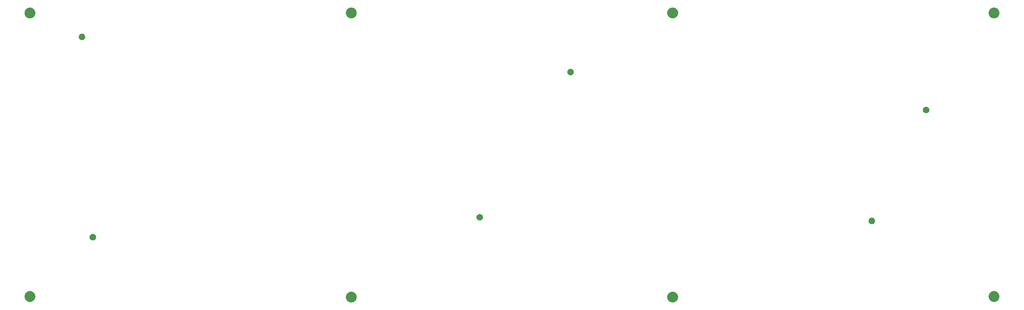
<source format=gbr>
%TF.GenerationSoftware,KiCad,Pcbnew,(5.1.6-0-10_14)*%
%TF.CreationDate,2021-09-05T19:18:27-05:00*%
%TF.ProjectId,EVO70_FR4_plate_acrylic,45564f37-305f-4465-9234-5f706c617465,rev?*%
%TF.SameCoordinates,Original*%
%TF.FileFunction,Soldermask,Bot*%
%TF.FilePolarity,Negative*%
%FSLAX46Y46*%
G04 Gerber Fmt 4.6, Leading zero omitted, Abs format (unit mm)*
G04 Created by KiCad (PCBNEW (5.1.6-0-10_14)) date 2021-09-05 19:18:27*
%MOMM*%
%LPD*%
G01*
G04 APERTURE LIST*
%ADD10C,0.100000*%
G04 APERTURE END LIST*
D10*
G36*
X281201709Y-206226859D02*
G01*
X281565686Y-206377623D01*
X281893253Y-206596496D01*
X282171834Y-206875077D01*
X282390707Y-207202644D01*
X282541471Y-207566621D01*
X282618330Y-207953017D01*
X282618330Y-208346983D01*
X282541471Y-208733379D01*
X282390707Y-209097356D01*
X282171834Y-209424923D01*
X281893253Y-209703504D01*
X281565686Y-209922377D01*
X281201709Y-210073141D01*
X280815313Y-210150000D01*
X280421347Y-210150000D01*
X280034951Y-210073141D01*
X279670974Y-209922377D01*
X279343407Y-209703504D01*
X279064826Y-209424923D01*
X278845953Y-209097356D01*
X278695189Y-208733379D01*
X278618330Y-208346983D01*
X278618330Y-207953017D01*
X278695189Y-207566621D01*
X278845953Y-207202644D01*
X279064826Y-206875077D01*
X279343407Y-206596496D01*
X279670974Y-206377623D01*
X280034951Y-206226859D01*
X280421347Y-206150000D01*
X280815313Y-206150000D01*
X281201709Y-206226859D01*
G37*
G36*
X162805079Y-206226859D02*
G01*
X163169056Y-206377623D01*
X163496623Y-206596496D01*
X163775204Y-206875077D01*
X163994077Y-207202644D01*
X164144841Y-207566621D01*
X164221700Y-207953017D01*
X164221700Y-208346983D01*
X164144841Y-208733379D01*
X163994077Y-209097356D01*
X163775204Y-209424923D01*
X163496623Y-209703504D01*
X163169056Y-209922377D01*
X162805079Y-210073141D01*
X162418683Y-210150000D01*
X162024717Y-210150000D01*
X161638321Y-210073141D01*
X161274344Y-209922377D01*
X160946777Y-209703504D01*
X160668196Y-209424923D01*
X160449323Y-209097356D01*
X160298559Y-208733379D01*
X160221700Y-208346983D01*
X160221700Y-207953017D01*
X160298559Y-207566621D01*
X160449323Y-207202644D01*
X160668196Y-206875077D01*
X160946777Y-206596496D01*
X161274344Y-206377623D01*
X161638321Y-206226859D01*
X162024717Y-206150000D01*
X162418683Y-206150000D01*
X162805079Y-206226859D01*
G37*
G36*
X399598379Y-206016859D02*
G01*
X399962356Y-206167623D01*
X400289923Y-206386496D01*
X400568504Y-206665077D01*
X400787377Y-206992644D01*
X400938141Y-207356621D01*
X401015000Y-207743017D01*
X401015000Y-208136983D01*
X400938141Y-208523379D01*
X400787377Y-208887356D01*
X400568504Y-209214923D01*
X400289923Y-209493504D01*
X399962356Y-209712377D01*
X399598379Y-209863141D01*
X399211983Y-209940000D01*
X398818017Y-209940000D01*
X398431621Y-209863141D01*
X398067644Y-209712377D01*
X397740077Y-209493504D01*
X397461496Y-209214923D01*
X397242623Y-208887356D01*
X397091859Y-208523379D01*
X397015000Y-208136983D01*
X397015000Y-207743017D01*
X397091859Y-207356621D01*
X397242623Y-206992644D01*
X397461496Y-206665077D01*
X397740077Y-206386496D01*
X398067644Y-206167623D01*
X398431621Y-206016859D01*
X398818017Y-205940000D01*
X399211983Y-205940000D01*
X399598379Y-206016859D01*
G37*
G36*
X44408379Y-206016859D02*
G01*
X44772356Y-206167623D01*
X45099923Y-206386496D01*
X45378504Y-206665077D01*
X45597377Y-206992644D01*
X45748141Y-207356621D01*
X45825000Y-207743017D01*
X45825000Y-208136983D01*
X45748141Y-208523379D01*
X45597377Y-208887356D01*
X45378504Y-209214923D01*
X45099923Y-209493504D01*
X44772356Y-209712377D01*
X44408379Y-209863141D01*
X44021983Y-209940000D01*
X43628017Y-209940000D01*
X43241621Y-209863141D01*
X42877644Y-209712377D01*
X42550077Y-209493504D01*
X42271496Y-209214923D01*
X42052623Y-208887356D01*
X41901859Y-208523379D01*
X41825000Y-208136983D01*
X41825000Y-207743017D01*
X41901859Y-207356621D01*
X42052623Y-206992644D01*
X42271496Y-206665077D01*
X42550077Y-206386496D01*
X42877644Y-206167623D01*
X43241621Y-206016859D01*
X43628017Y-205940000D01*
X44021983Y-205940000D01*
X44408379Y-206016859D01*
G37*
G36*
X67350026Y-184846115D02*
G01*
X67568413Y-184936574D01*
X67764955Y-185067899D01*
X67932101Y-185235045D01*
X68063426Y-185431587D01*
X68153885Y-185649974D01*
X68200000Y-185881810D01*
X68200000Y-186118190D01*
X68153885Y-186350026D01*
X68063426Y-186568413D01*
X67932101Y-186764955D01*
X67764955Y-186932101D01*
X67568413Y-187063426D01*
X67350026Y-187153885D01*
X67118190Y-187200000D01*
X66881810Y-187200000D01*
X66649974Y-187153885D01*
X66431587Y-187063426D01*
X66235045Y-186932101D01*
X66067899Y-186764955D01*
X65936574Y-186568413D01*
X65846115Y-186350026D01*
X65800000Y-186118190D01*
X65800000Y-185881810D01*
X65846115Y-185649974D01*
X65936574Y-185431587D01*
X66067899Y-185235045D01*
X66235045Y-185067899D01*
X66431587Y-184936574D01*
X66649974Y-184846115D01*
X66881810Y-184800000D01*
X67118190Y-184800000D01*
X67350026Y-184846115D01*
G37*
G36*
X354350026Y-178846115D02*
G01*
X354568413Y-178936574D01*
X354764955Y-179067899D01*
X354932101Y-179235045D01*
X355052312Y-179414954D01*
X355063426Y-179431587D01*
X355153885Y-179649974D01*
X355200000Y-179881810D01*
X355200000Y-180118190D01*
X355153885Y-180350026D01*
X355063426Y-180568413D01*
X354932101Y-180764955D01*
X354764955Y-180932101D01*
X354568413Y-181063426D01*
X354350026Y-181153885D01*
X354118190Y-181200000D01*
X353881810Y-181200000D01*
X353649974Y-181153885D01*
X353431587Y-181063426D01*
X353235045Y-180932101D01*
X353067899Y-180764955D01*
X352936574Y-180568413D01*
X352846115Y-180350026D01*
X352800000Y-180118190D01*
X352800000Y-179881810D01*
X352846115Y-179649974D01*
X352936574Y-179431587D01*
X352947688Y-179414954D01*
X353067899Y-179235045D01*
X353235045Y-179067899D01*
X353431587Y-178936574D01*
X353649974Y-178846115D01*
X353881810Y-178800000D01*
X354118190Y-178800000D01*
X354350026Y-178846115D01*
G37*
G36*
X209887526Y-177496115D02*
G01*
X210105913Y-177586574D01*
X210302455Y-177717899D01*
X210469601Y-177885045D01*
X210600926Y-178081587D01*
X210691385Y-178299974D01*
X210737500Y-178531810D01*
X210737500Y-178768190D01*
X210691385Y-179000026D01*
X210663271Y-179067899D01*
X210600926Y-179218413D01*
X210469601Y-179414955D01*
X210302455Y-179582101D01*
X210105913Y-179713426D01*
X209887526Y-179803885D01*
X209655690Y-179850000D01*
X209419310Y-179850000D01*
X209187474Y-179803885D01*
X208969087Y-179713426D01*
X208772545Y-179582101D01*
X208605399Y-179414955D01*
X208474074Y-179218413D01*
X208411729Y-179067899D01*
X208383615Y-179000026D01*
X208337500Y-178768190D01*
X208337500Y-178531810D01*
X208383615Y-178299974D01*
X208474074Y-178081587D01*
X208605399Y-177885045D01*
X208772545Y-177717899D01*
X208969087Y-177586574D01*
X209187474Y-177496115D01*
X209419310Y-177450000D01*
X209655690Y-177450000D01*
X209887526Y-177496115D01*
G37*
G36*
X374350026Y-137846115D02*
G01*
X374568413Y-137936574D01*
X374764955Y-138067899D01*
X374932101Y-138235045D01*
X375063426Y-138431587D01*
X375153885Y-138649974D01*
X375200000Y-138881810D01*
X375200000Y-139118190D01*
X375153885Y-139350026D01*
X375063426Y-139568413D01*
X374932101Y-139764955D01*
X374764955Y-139932101D01*
X374568413Y-140063426D01*
X374350026Y-140153885D01*
X374118190Y-140200000D01*
X373881810Y-140200000D01*
X373649974Y-140153885D01*
X373431587Y-140063426D01*
X373235045Y-139932101D01*
X373067899Y-139764955D01*
X372936574Y-139568413D01*
X372846115Y-139350026D01*
X372800000Y-139118190D01*
X372800000Y-138881810D01*
X372846115Y-138649974D01*
X372936574Y-138431587D01*
X373067899Y-138235045D01*
X373235045Y-138067899D01*
X373431587Y-137936574D01*
X373649974Y-137846115D01*
X373881810Y-137800000D01*
X374118190Y-137800000D01*
X374350026Y-137846115D01*
G37*
G36*
X243350026Y-123846115D02*
G01*
X243568413Y-123936574D01*
X243764955Y-124067899D01*
X243932101Y-124235045D01*
X244063426Y-124431587D01*
X244153885Y-124649974D01*
X244200000Y-124881810D01*
X244200000Y-125118190D01*
X244153885Y-125350026D01*
X244063426Y-125568413D01*
X243932101Y-125764955D01*
X243764955Y-125932101D01*
X243568413Y-126063426D01*
X243350026Y-126153885D01*
X243118190Y-126200000D01*
X242881810Y-126200000D01*
X242649974Y-126153885D01*
X242431587Y-126063426D01*
X242235045Y-125932101D01*
X242067899Y-125764955D01*
X241936574Y-125568413D01*
X241846115Y-125350026D01*
X241800000Y-125118190D01*
X241800000Y-124881810D01*
X241846115Y-124649974D01*
X241936574Y-124431587D01*
X242067899Y-124235045D01*
X242235045Y-124067899D01*
X242431587Y-123936574D01*
X242649974Y-123846115D01*
X242881810Y-123800000D01*
X243118190Y-123800000D01*
X243350026Y-123846115D01*
G37*
G36*
X63350026Y-110846115D02*
G01*
X63568413Y-110936574D01*
X63764955Y-111067899D01*
X63932101Y-111235045D01*
X64063426Y-111431587D01*
X64153885Y-111649974D01*
X64200000Y-111881810D01*
X64200000Y-112118190D01*
X64153885Y-112350026D01*
X64063426Y-112568413D01*
X63932101Y-112764955D01*
X63764955Y-112932101D01*
X63568413Y-113063426D01*
X63350026Y-113153885D01*
X63118190Y-113200000D01*
X62881810Y-113200000D01*
X62649974Y-113153885D01*
X62431587Y-113063426D01*
X62235045Y-112932101D01*
X62067899Y-112764955D01*
X61936574Y-112568413D01*
X61846115Y-112350026D01*
X61800000Y-112118190D01*
X61800000Y-111881810D01*
X61846115Y-111649974D01*
X61936574Y-111431587D01*
X62067899Y-111235045D01*
X62235045Y-111067899D01*
X62431587Y-110936574D01*
X62649974Y-110846115D01*
X62881810Y-110800000D01*
X63118190Y-110800000D01*
X63350026Y-110846115D01*
G37*
G36*
X399598379Y-101256859D02*
G01*
X399962356Y-101407623D01*
X400289923Y-101626496D01*
X400568504Y-101905077D01*
X400787377Y-102232644D01*
X400938141Y-102596621D01*
X401015000Y-102983017D01*
X401015000Y-103376983D01*
X400938141Y-103763379D01*
X400787377Y-104127356D01*
X400568504Y-104454923D01*
X400289923Y-104733504D01*
X399962356Y-104952377D01*
X399598379Y-105103141D01*
X399211983Y-105180000D01*
X398818017Y-105180000D01*
X398431621Y-105103141D01*
X398067644Y-104952377D01*
X397740077Y-104733504D01*
X397461496Y-104454923D01*
X397242623Y-104127356D01*
X397091859Y-103763379D01*
X397015000Y-103376983D01*
X397015000Y-102983017D01*
X397091859Y-102596621D01*
X397242623Y-102232644D01*
X397461496Y-101905077D01*
X397740077Y-101626496D01*
X398067644Y-101407623D01*
X398431621Y-101256859D01*
X398818017Y-101180000D01*
X399211983Y-101180000D01*
X399598379Y-101256859D01*
G37*
G36*
X44408379Y-101256859D02*
G01*
X44772356Y-101407623D01*
X45099923Y-101626496D01*
X45378504Y-101905077D01*
X45597377Y-102232644D01*
X45748141Y-102596621D01*
X45825000Y-102983017D01*
X45825000Y-103376983D01*
X45748141Y-103763379D01*
X45597377Y-104127356D01*
X45378504Y-104454923D01*
X45099923Y-104733504D01*
X44772356Y-104952377D01*
X44408379Y-105103141D01*
X44021983Y-105180000D01*
X43628017Y-105180000D01*
X43241621Y-105103141D01*
X42877644Y-104952377D01*
X42550077Y-104733504D01*
X42271496Y-104454923D01*
X42052623Y-104127356D01*
X41901859Y-103763379D01*
X41825000Y-103376983D01*
X41825000Y-102983017D01*
X41901859Y-102596621D01*
X42052623Y-102232644D01*
X42271496Y-101905077D01*
X42550077Y-101626496D01*
X42877644Y-101407623D01*
X43241621Y-101256859D01*
X43628017Y-101180000D01*
X44021983Y-101180000D01*
X44408379Y-101256859D01*
G37*
G36*
X281201712Y-101226859D02*
G01*
X281565689Y-101377623D01*
X281893256Y-101596496D01*
X282171837Y-101875077D01*
X282390710Y-102202644D01*
X282541474Y-102566621D01*
X282618333Y-102953017D01*
X282618333Y-103346983D01*
X282541474Y-103733379D01*
X282390710Y-104097356D01*
X282171837Y-104424923D01*
X281893256Y-104703504D01*
X281565689Y-104922377D01*
X281201712Y-105073141D01*
X280815316Y-105150000D01*
X280421350Y-105150000D01*
X280034954Y-105073141D01*
X279670977Y-104922377D01*
X279343410Y-104703504D01*
X279064829Y-104424923D01*
X278845956Y-104097356D01*
X278695192Y-103733379D01*
X278618333Y-103346983D01*
X278618333Y-102953017D01*
X278695192Y-102566621D01*
X278845956Y-102202644D01*
X279064829Y-101875077D01*
X279343410Y-101596496D01*
X279670977Y-101377623D01*
X280034954Y-101226859D01*
X280421350Y-101150000D01*
X280815316Y-101150000D01*
X281201712Y-101226859D01*
G37*
G36*
X162805046Y-101226859D02*
G01*
X163169023Y-101377623D01*
X163496590Y-101596496D01*
X163775171Y-101875077D01*
X163994044Y-102202644D01*
X164144808Y-102566621D01*
X164221667Y-102953017D01*
X164221667Y-103346983D01*
X164144808Y-103733379D01*
X163994044Y-104097356D01*
X163775171Y-104424923D01*
X163496590Y-104703504D01*
X163169023Y-104922377D01*
X162805046Y-105073141D01*
X162418650Y-105150000D01*
X162024684Y-105150000D01*
X161638288Y-105073141D01*
X161274311Y-104922377D01*
X160946744Y-104703504D01*
X160668163Y-104424923D01*
X160449290Y-104097356D01*
X160298526Y-103733379D01*
X160221667Y-103346983D01*
X160221667Y-102953017D01*
X160298526Y-102566621D01*
X160449290Y-102202644D01*
X160668163Y-101875077D01*
X160946744Y-101596496D01*
X161274311Y-101377623D01*
X161638288Y-101226859D01*
X162024684Y-101150000D01*
X162418650Y-101150000D01*
X162805046Y-101226859D01*
G37*
M02*

</source>
